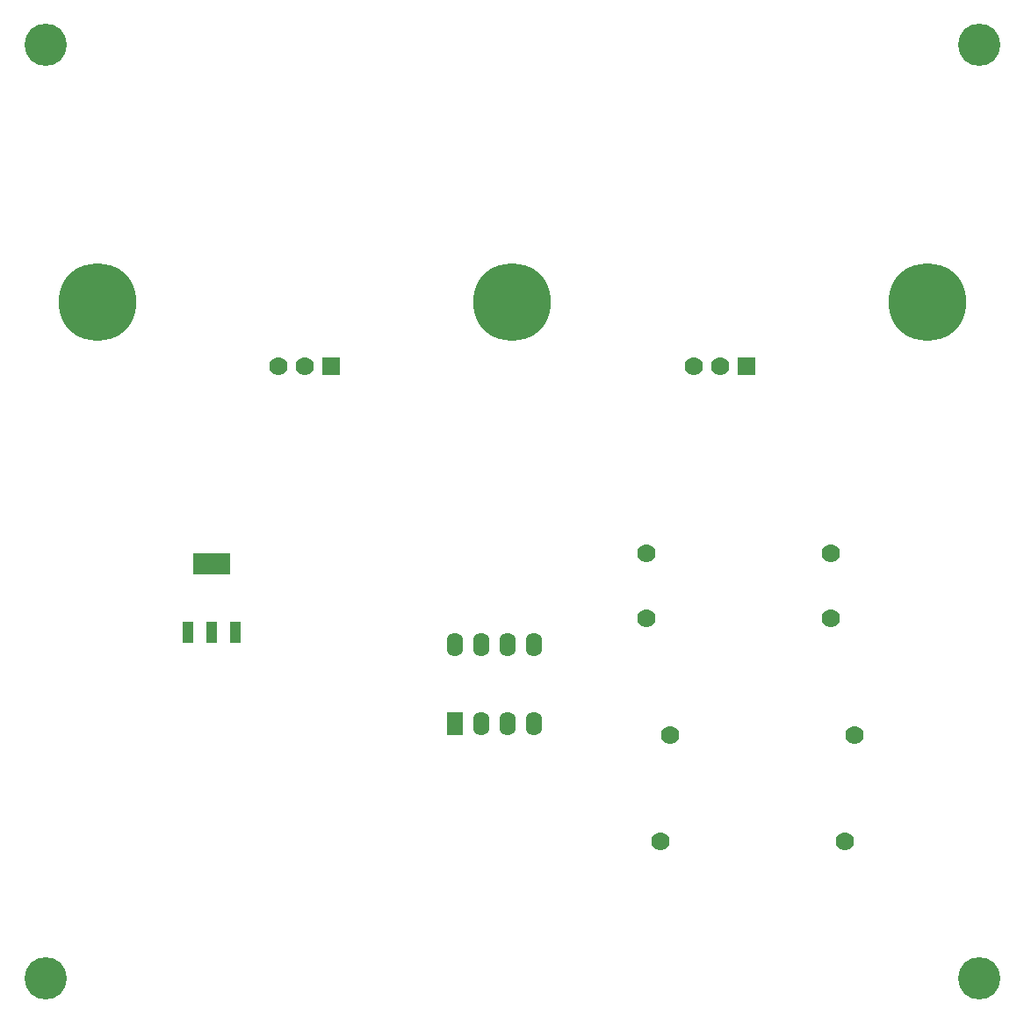
<source format=gtl>
G04 (created by PCBNEW-RS274X (2012-jan-04)-stable) date Sun 03 Jun 2012 03:24:08 AM CEST*
G01*
G70*
G90*
%MOIN*%
G04 Gerber Fmt 3.4, Leading zero omitted, Abs format*
%FSLAX34Y34*%
G04 APERTURE LIST*
%ADD10C,0.006000*%
%ADD11C,0.070000*%
%ADD12R,0.070000X0.070000*%
%ADD13C,0.160000*%
%ADD14C,0.295300*%
%ADD15R,0.144000X0.080000*%
%ADD16R,0.040000X0.080000*%
%ADD17R,0.062000X0.090000*%
%ADD18O,0.062000X0.090000*%
G04 APERTURE END LIST*
G54D10*
G54D11*
X63961Y-27559D03*
X64961Y-27559D03*
G54D12*
X65961Y-27559D03*
G54D11*
X48213Y-27559D03*
X49213Y-27559D03*
G54D12*
X50213Y-27559D03*
G54D13*
X39370Y-15354D03*
X74803Y-15354D03*
X39370Y-50787D03*
X74803Y-50787D03*
G54D14*
X72835Y-25118D03*
X41339Y-25118D03*
X57087Y-25118D03*
G54D15*
X45669Y-35039D03*
G54D16*
X45669Y-37639D03*
X46569Y-37639D03*
X44769Y-37639D03*
G54D11*
X62169Y-37126D03*
X69169Y-37126D03*
X63075Y-41535D03*
X70075Y-41535D03*
X62720Y-45591D03*
X69720Y-45591D03*
X62169Y-34646D03*
X69169Y-34646D03*
G54D17*
X54917Y-41106D03*
G54D18*
X55917Y-41106D03*
X56917Y-41106D03*
X57917Y-41106D03*
X57917Y-38106D03*
X56917Y-38106D03*
X55917Y-38106D03*
X54917Y-38106D03*
M02*

</source>
